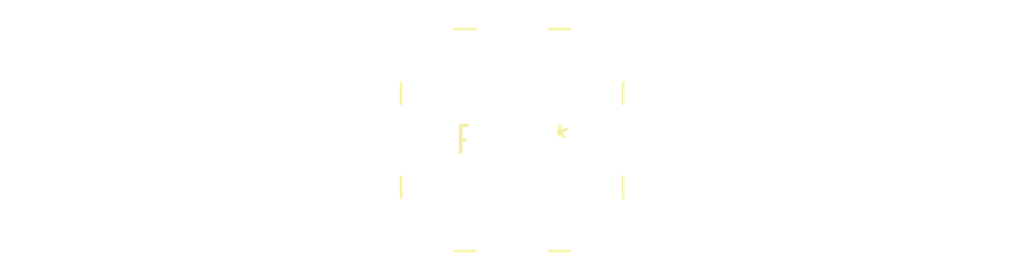
<source format=kicad_pcb>
(kicad_pcb (version 20240108) (generator pcbnew)
  (layers (0 "F.Cu" signal) (31 "B.Cu" signal) (34 "B.Paste" user) (35 "F.Paste" user) (36 "B.SilkS" user "B.Silkscreen") (37 "F.SilkS" user "F.Silkscreen") (38 "B.Mask" user) (39 "F.Mask" user) (44 "Edge.Cuts" user))
  (net 0 "")
  (footprint "Wuerth_REDCUBE-THR_WP-THRBU_74650094_THR" (layer "F.Cu") (at 0 0)
    (property "Reference" "REF**")
    (property "Value" "Wuerth_REDCUBE-THR_WP-THRBU_74650094_THR")
    (fp_line (start -5.2 -2.7) (end -5.2 -1.7) (layer "F.SilkS") (stroke (width 0.12)))
    (fp_line (start -5.2 1.7) (end -5.2 2.7) (layer "F.SilkS") (stroke (width 0.12)))
    (fp_line (start -2.7 -5.2) (end -1.7 -5.2) (layer "F.SilkS") (stroke (width 0.12)))
    (fp_line (start -2.7 5.2) (end -1.7 5.2) (layer "F.SilkS") (stroke (width 0.12)))
    (fp_line (start 1.7 -5.2) (end 2.7 -5.2) (layer "F.SilkS") (stroke (width 0.12)))
    (fp_line (start 1.7 5.2) (end 2.7 5.2) (layer "F.SilkS") (stroke (width 0.12)))
    (fp_line (start 5.2 -1.7) (end 5.2 -2.7) (layer "F.SilkS") (stroke (width 0.12)))
    (fp_line (start 5.2 2.7) (end 5.2 1.7) (layer "F.SilkS") (stroke (width 0.12)))
    (pad "" np_thru_hole circle (at 0 0) (size 4.3 4.3) (drill 4.3) (layers *.Cu *.Mask))
    (pad "1" thru_hole circle (at -4.435 -4.435) (size 3.2 3.2) (drill 1.85) (layers *.Cu *.Mask) (remove_unused_layers))
    (pad "1" thru_hole circle (at -4.435 0) (size 3.2 3.2) (drill 1.85) (layers *.Cu *.Mask) (remove_unused_layers))
    (pad "1" thru_hole circle (at -4.435 4.435) (size 3.2 3.2) (drill 1.85) (layers *.Cu *.Mask) (remove_unused_layers))
    (pad "1" thru_hole circle (at 0 -4.435) (size 3.2 3.2) (drill 1.85) (layers *.Cu *.Mask) (remove_unused_layers))
    (pad "1" thru_hole circle (at 0 4.435) (size 3.2 3.2) (drill 1.85) (layers *.Cu *.Mask) (remove_unused_layers))
    (pad "1" thru_hole circle (at 4.435 -4.435) (size 3.2 3.2) (drill 1.85) (layers *.Cu *.Mask) (remove_unused_layers))
    (pad "1" thru_hole circle (at 4.435 0) (size 3.2 3.2) (drill 1.85) (layers *.Cu *.Mask) (remove_unused_layers))
    (pad "1" thru_hole circle (at 4.435 4.435) (size 3.2 3.2) (drill 1.85) (layers *.Cu *.Mask) (remove_unused_layers))
  )
)
</source>
